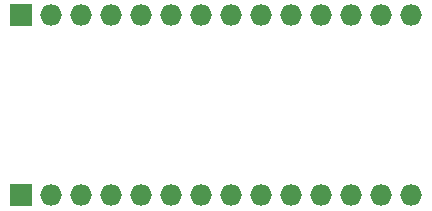
<source format=gbr>
G04 #@! TF.GenerationSoftware,KiCad,Pcbnew,(2017-08-02 revision 9760937)-master*
G04 #@! TF.CreationDate,2017-09-04T14:54:41-05:00*
G04 #@! TF.ProjectId,lofive,6C6F666976652E6B696361645F706362,0*
G04 #@! TF.SameCoordinates,Original*
G04 #@! TF.FileFunction,Soldermask,Bot*
G04 #@! TF.FilePolarity,Negative*
%FSLAX46Y46*%
G04 Gerber Fmt 4.6, Leading zero omitted, Abs format (unit mm)*
G04 Created by KiCad (PCBNEW (2017-08-02 revision 9760937)-master) date Mon Sep  4 14:54:41 2017*
%MOMM*%
%LPD*%
G01*
G04 APERTURE LIST*
%ADD10O,1.827200X1.827200*%
%ADD11R,1.827200X1.827200*%
G04 APERTURE END LIST*
D10*
X135890000Y-110490000D03*
X133350000Y-110490000D03*
X130810000Y-110490000D03*
X128270000Y-110490000D03*
X125730000Y-110490000D03*
X123190000Y-110490000D03*
X120650000Y-110490000D03*
X118110000Y-110490000D03*
X115570000Y-110490000D03*
X113030000Y-110490000D03*
X110490000Y-110490000D03*
X107950000Y-110490000D03*
X105410000Y-110490000D03*
D11*
X102870000Y-110490000D03*
X102870000Y-125730000D03*
D10*
X105410000Y-125730000D03*
X107950000Y-125730000D03*
X110490000Y-125730000D03*
X113030000Y-125730000D03*
X115570000Y-125730000D03*
X118110000Y-125730000D03*
X120650000Y-125730000D03*
X123190000Y-125730000D03*
X125730000Y-125730000D03*
X128270000Y-125730000D03*
X130810000Y-125730000D03*
X133350000Y-125730000D03*
X135890000Y-125730000D03*
M02*

</source>
